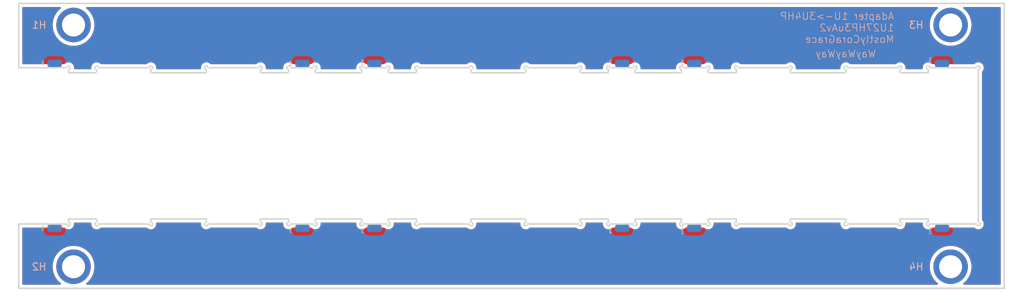
<source format=kicad_pcb>
(kicad_pcb (version 20241229) (generator "pcbnew") (generator_version "9.0")
  (layers (0 "F.Cu" signal) (2 "B.Cu" signal) (13 "F.Paste" user) (15 "B.Paste" user) (5 "F.SilkS" user "F.Silkscreen") (7 "B.SilkS" user "B.Silkscreen") (1 "F.Mask" user) (3 "B.Mask" user) (25 "Edge.Cuts" user))
  (net 0 "")
  (footprint "EXC:MountingHole_3.2mm_M3" (layer "F.Cu") (at 129.54 39.025)
    (property "Reference" "H4" (at -3.683 0 0) (layer "B.SilkS") (effects (justify left mirror)))
    (property "Value" "Eurorack_M3_MountingHole")
    (pad "" thru_hole circle (at 0 0) (size 4.8 4.8) (drill 3.2) (layers "*.Cu" "*.Mask"))
  )
  (footprint "EXC:MountingHole_3.2mm_M3" (layer "F.Cu") (at 129.54 5.425)
    (property "Reference" "H3" (at -3.683 0 0) (layer "B.SilkS") (effects (justify left mirror)))
    (property "Value" "Eurorack_M3_MountingHole")
    (pad "" thru_hole circle (at 0 0) (size 4.8 4.8) (drill 3.2) (layers "*.Cu" "*.Mask"))
  )
  (footprint "EXC:MountingHole_3.2mm_M3" (layer "F.Cu") (at 7.62 5.425)
    (property "Reference" "H1" (at -3.683 0 0) (layer "B.SilkS") (effects (justify left mirror)))
    (property "Value" "Eurorack_M3_MountingHole")
    (pad "" thru_hole circle (at 0 0) (size 4.8 4.8) (drill 3.2) (layers "*.Cu" "*.Mask"))
  )
  (footprint "EXC:MountingHole_3.2mm_M3" (layer "F.Cu") (at 7.62 39.025)
    (property "Reference" "H2" (at -3.683 0 0) (layer "B.SilkS") (effects (justify left mirror)))
    (property "Value" "Eurorack_M3_MountingHole")
    (pad "" thru_hole circle (at 0 0) (size 4.8 4.8) (drill 3.2) (layers "*.Cu" "*.Mask"))
  )
  (footprint "EXC:SolderWirePad_1x01_SMD_1x2mm" (layer "B.Cu") (at 93.9 10.765 90)
    (property "Reference" "MP9" (at 0.165 -1.6256 90) (layer "B.SilkS") (effects (font (size 0.25 0.25) (thickness 0.05) (bold yes)) (justify mirror)))
    (property "Value" "Mechanical_Pad_Solder_Linkage")
    (pad "1" smd roundrect (at 0 0 90) (size 1 2) (layers "B.Cu" "B.Mask" "B.Paste"))
  )
  (footprint "EXC:SolderWirePad_1x01_SMD_1x2mm" (layer "B.Cu") (at 49.45 33.685 90)
    (property "Reference" "MP6" (at -0.315 -1.65 90) (layer "B.SilkS") (effects (font (size 0.25 0.25) (thickness 0.05) (bold yes)) (justify mirror)))
    (property "Value" "Mechanical_Pad_Solder_Linkage")
    (pad "1" smd roundrect (at 0 0 90) (size 1 2) (layers "B.Cu" "B.Mask" "B.Paste"))
  )
  (footprint "EXC:SolderWirePad_1x01_SMD_1x2mm" (layer "B.Cu") (at 49.45 10.765 90)
    (property "Reference" "MP5" (at 0.165 -1.65 90) (layer "B.SilkS") (effects (font (size 0.25 0.25) (thickness 0.05) (bold yes)) (justify mirror)))
    (property "Value" "Mechanical_Pad_Solder_Linkage")
    (pad "1" smd roundrect (at 0 0 90) (size 1 2) (layers "B.Cu" "B.Mask" "B.Paste"))
  )
  (footprint "EXC:SolderWirePad_1x01_SMD_1x2mm" (layer "B.Cu") (at 93.9 33.685 90)
    (property "Reference" "MP10" (at -0.315 -1.6256 90) (layer "B.SilkS") (effects (font (size 0.25 0.25) (thickness 0.05) (bold yes)) (justify mirror)))
    (property "Value" "Mechanical_Pad_Solder_Linkage")
    (pad "1" smd roundrect (at 0 0 90) (size 1 2) (layers "B.Cu" "B.Mask" "B.Paste"))
  )
  (footprint "EXC:SolderWirePad_1x01_SMD_1x2mm" (layer "B.Cu") (at 128.35 33.685 90)
    (property "Reference" "MP12" (at -0.315 -1.6256 90) (layer "B.SilkS") (effects (font (size 0.25 0.25) (thickness 0.05) (bold yes)) (justify mirror)))
    (property "Value" "Mechanical_Pad_Solder_Linkage")
    (pad "1" smd roundrect (at 0 0 90) (size 1 2) (layers "B.Cu" "B.Mask" "B.Paste"))
  )
  (footprint "EXC:SolderWirePad_1x01_SMD_1x2mm" (layer "B.Cu") (at 39.45 10.765 90)
    (property "Reference" "MP3" (at 0 -1.6256 90) (layer "B.SilkS") (effects (font (size 0.25 0.25) (thickness 0.05) (bold yes)) (justify mirror)))
    (property "Value" "Mechanical_Pad_Solder_Linkage")
    (pad "1" smd roundrect (at 0 0 90) (size 1 2) (layers "B.Cu" "B.Mask" "B.Paste"))
  )
  (footprint "EXC:SolderWirePad_1x01_SMD_1x2mm" (layer "B.Cu") (at 83.9 10.765 90)
    (property "Reference" "MP7" (at 0.165 -1.6256 90) (layer "B.SilkS") (effects (font (size 0.25 0.25) (thickness 0.05) (bold yes)) (justify mirror)))
    (property "Value" "Mechanical_Pad_Solder_Linkage")
    (pad "1" smd roundrect (at 0 0 90) (size 1 2) (layers "B.Cu" "B.Mask" "B.Paste"))
  )
  (footprint "EXC:SolderWirePad_1x01_SMD_1x2mm" (layer "B.Cu") (at 83.9 33.685 90)
    (property "Reference" "MP8" (at -0.315 -1.6256 90) (layer "B.SilkS") (effects (font (size 0.25 0.25) (thickness 0.05) (bold yes)) (justify mirror)))
    (property "Value" "Mechanical_Pad_Solder_Linkage")
    (pad "1" smd roundrect (at 0 0 90) (size 1 2) (layers "B.Cu" "B.Mask" "B.Paste"))
  )
  (footprint "EXC:SolderWirePad_1x01_SMD_1x2mm" (layer "B.Cu") (at 128.35 10.765 90)
    (property "Reference" "MP11" (at 0.365 -1.6256 90) (layer "B.SilkS") (effects (font (size 0.25 0.25) (thickness 0.05) (bold yes)) (justify mirror)))
    (property "Value" "Mechanical_Pad_Solder_Linkage")
    (pad "1" smd roundrect (at 0 0 90) (size 1 2) (layers "B.Cu" "B.Mask" "B.Paste"))
  )
  (footprint "EXC:SolderWirePad_1x01_SMD_1x2mm" (layer "B.Cu") (at 39.45 33.685 90)
    (property "Reference" "MP4" (at -0.315 -1.65 90) (layer "B.SilkS") (effects (font (size 0.25 0.25) (thickness 0.05) (bold yes)) (justify mirror)))
    (property "Value" "Mechanical_Pad_Solder_Linkage")
    (pad "1" smd roundrect (at 0 0 90) (size 1 2) (layers "B.Cu" "B.Mask" "B.Paste"))
  )
  (footprint "EXC:SolderWirePad_1x01_SMD_1x2mm" (layer "B.Cu") (at 5 33.685 90)
    (property "Reference" "MP2" (at 0 -1.6256 90) (layer "B.SilkS") (effects (font (size 0.25 0.25) (thickness 0.05) (bold yes)) (justify mirror)))
    (property "Value" "Mechanical_Pad_Solder_Linkage")
    (pad "1" smd roundrect (at 0 0 90) (size 1 2) (layers "B.Cu" "B.Mask" "B.Paste"))
  )
  (footprint "EXC:SolderWirePad_1x01_SMD_1x2mm" (layer "B.Cu") (at 5 10.765 90)
    (property "Reference" "MP1" (at 0 -1.6256 90) (layer "B.SilkS") (effects (font (size 0.25 0.25) (thickness 0.05) (bold yes)) (justify mirror)))
    (property "Value" "Mechanical_Pad_Solder_Linkage")
    (pad "1" smd roundrect (at 0 0 90) (size 1 2) (layers "B.Cu" "B.Mask" "B.Paste"))
  )
  (gr_line (start 82.215 33.085) (end 85.425 33.085) (stroke (width 0.2)) (layer "Edge.Cuts"))
  (gr_arc (start 70.7349 33.085) (mid 70.308123 33.261777) (end 70.4849 32.835) (stroke (width 0.2)) (layer "Edge.Cuts"))
  (gr_line (start 6.935 12.065) (end 10.845 12.065) (stroke (width 0.2)) (layer "Edge.Cuts"))
  (gr_line (start 99.745 32.385) (end 99.745 32.835) (stroke (width 0.2)) (layer "Edge.Cuts"))
  (gr_line (start 92.375 33.085) (end 95.585 33.085) (stroke (width 0.2)) (layer "Edge.Cuts"))
  (gr_arc (start 122.255 11.365) (mid 122.681777 11.188223) (end 122.505 11.615) (stroke (width 0.2)) (layer "Edge.Cuts"))
  (gr_line (start 18.365 32.385) (end 26.085 32.385) (stroke (width 0.2)) (layer "Edge.Cuts"))
  (gr_line (start 70.7349 11.365) (end 77.805 11.365) (stroke (width 0.2)) (layer "Edge.Cuts"))
  (gr_line (start 107.265 11.615) (end 107.265 12.065) (stroke (width 0.2)) (layer "Edge.Cuts"))
  (gr_line (start 99.745 11.615) (end 99.745 12.065) (stroke (width 0.2)) (layer "Edge.Cuts"))
  (gr_line (start 26.085 12.065) (end 26.085 11.615) (stroke (width 0.2)) (layer "Edge.Cuts"))
  (gr_line (start 47.925 11.365) (end 51.135 11.365) (stroke (width 0.2)) (layer "Edge.Cuts"))
  (gr_line (start 126.415 11.615) (end 126.415 12.065) (stroke (width 0.2)) (layer "Edge.Cuts"))
  (gr_arc (start 70.4849 11.615) (mid 70.308123 11.188223) (end 70.7349 11.365) (stroke (width 0.2)) (layer "Edge.Cuts"))
  (gr_line (start 78.055 32.385) (end 81.965 32.385) (stroke (width 0.2)) (layer "Edge.Cuts"))
  (gr_line (start 33.605 12.065) (end 37.515 12.065) (stroke (width 0.2)) (layer "Edge.Cuts"))
  (gr_line (start 81.965 11.615) (end 81.965 12.065) (stroke (width 0.2)) (layer "Edge.Cuts"))
  (gr_arc (start 81.965 11.615) (mid 81.788223 11.188223) (end 82.215 11.365) (stroke (width 0.2)) (layer "Edge.Cuts"))
  (gr_arc (start 33.355 11.365) (mid 33.781777 11.188223) (end 33.605 11.615) (stroke (width 0.2)) (layer "Edge.Cuts"))
  (gr_arc (start 115.235 33.085) (mid 114.808223 33.261777) (end 114.985 32.835) (stroke (width 0.2)) (layer "Edge.Cuts"))
  (gr_line (start 92.375 11.365) (end 95.585 11.365) (stroke (width 0.2)) (layer "Edge.Cuts"))
  (gr_line (start 78.055 11.615) (end 78.055 12.065) (stroke (width 0.2)) (layer "Edge.Cuts"))
  (gr_line (start 95.835 32.385) (end 99.745 32.385) (stroke (width 0.2)) (layer "Edge.Cuts"))
  (gr_line (start 37.765 33.085) (end 40.975 33.085) (stroke (width 0.2)) (layer "Edge.Cuts"))
  (gr_line (start 114.985 11.615) (end 114.985 12.065) (stroke (width 0.2)) (layer "Edge.Cuts"))
  (gr_arc (start 51.385 32.835) (mid 51.561777 33.261777) (end 51.135 33.085) (stroke (width 0.2)) (layer "Edge.Cuts"))
  (gr_line (start 18.365 12.065) (end 26.085 12.065) (stroke (width 0.2)) (layer "Edge.Cuts"))
  (gr_arc (start 99.745 11.615) (mid 99.568223 11.188223) (end 99.995 11.365) (stroke (width 0.2)) (layer "Edge.Cuts"))
  (gr_line (start 114.985 32.385) (end 114.985 32.835) (stroke (width 0.2)) (layer "Edge.Cuts"))
  (gr_line (start 51.385 12.065) (end 55.295 12.065) (stroke (width 0.2)) (layer "Edge.Cuts"))
  (gr_line (start 55.545 33.085) (end 62.615 33.085) (stroke (width 0.2)) (layer "Edge.Cuts"))
  (gr_line (start 55.295 11.615) (end 55.295 12.065) (stroke (width 0.2)) (layer "Edge.Cuts"))
  (gr_line (start 62.865 11.615) (end 62.865 12.065) (stroke (width 0.2)) (layer "Edge.Cuts"))
  (gr_line (start 126.415 32.385) (end 126.415 32.835) (stroke (width 0.2)) (layer "Edge.Cuts"))
  (gr_line (start 126.665 11.365) (end 133.15 11.365) (stroke (width 0.2)) (layer "Edge.Cuts"))
  (gr_arc (start 62.865 32.835) (mid 63.041777 33.261777) (end 62.615 33.085) (stroke (width 0.2)) (layer "Edge.Cuts"))
  (gr_arc (start 133.15 11.365) (mid 133.576777 11.188223) (end 133.4 11.615) (stroke (width 0.2)) (layer "Edge.Cuts"))
  (gr_arc (start 133.4 32.835) (mid 133.576777 33.261777) (end 133.15 33.085) (stroke (width 0.2)) (layer "Edge.Cuts"))
  (gr_line (start 0 42.025) (end 137 42.025) (stroke (width 0.2)) (layer "Edge.Cuts"))
  (gr_arc (start 107.265 32.835) (mid 107.441777 33.261777) (end 107.015 33.085) (stroke (width 0.2)) (layer "Edge.Cuts"))
  (gr_arc (start 26.085 11.615) (mid 25.908223 11.188223) (end 26.335 11.365) (stroke (width 0.2)) (layer "Edge.Cuts"))
  (gr_line (start 11.095 33.085) (end 18.115 33.085) (stroke (width 0.2)) (layer "Edge.Cuts"))
  (gr_arc (start 18.115 11.365) (mid 18.541777 11.188223) (end 18.365 11.615) (stroke (width 0.2)) (layer "Edge.Cuts"))
  (gr_line (start 37.515 32.835) (end 37.515 32.385) (stroke (width 0.2)) (layer "Edge.Cuts"))
  (gr_line (start 133.4 11.615) (end 133.4 32.835) (stroke (width 0.2)) (layer "Edge.Cuts"))
  (gr_arc (start 99.995 33.085) (mid 99.568223 33.261777) (end 99.745 32.835) (stroke (width 0.2)) (layer "Edge.Cuts"))
  (gr_line (start 107.265 12.065) (end 114.985 12.065) (stroke (width 0.2)) (layer "Edge.Cuts"))
  (gr_line (start 37.765 11.365) (end 40.975 11.365) (stroke (width 0.2)) (layer "Edge.Cuts"))
  (gr_line (start 33.605 11.615) (end 33.605 12.065) (stroke (width 0.2)) (layer "Edge.Cuts"))
  (gr_line (start 0 11.365) (end 6.685 11.365) (stroke (width 0.2)) (layer "Edge.Cuts"))
  (gr_line (start 51.385 32.385) (end 51.385 32.835) (stroke (width 0.2)) (layer "Edge.Cuts"))
  (gr_arc (start 26.335 33.085) (mid 25.908223 33.261777) (end 26.085 32.835) (stroke (width 0.2)) (layer "Edge.Cuts"))
  (gr_line (start 47.675 32.835) (end 47.675 32.385) (stroke (width 0.2)) (layer "Edge.Cuts"))
  (gr_line (start 26.085 32.835) (end 26.085 32.385) (stroke (width 0.2)) (layer "Edge.Cuts"))
  (gr_line (start 0 33.085) (end 0 42.025) (stroke (width 0.2)) (layer "Edge.Cuts"))
  (gr_line (start 55.295 32.385) (end 55.295 32.835) (stroke (width 0.2)) (layer "Edge.Cuts"))
  (gr_line (start 107.265 32.385) (end 114.985 32.385) (stroke (width 0.2)) (layer "Edge.Cuts"))
  (gr_line (start 122.505 32.385) (end 126.415 32.385) (stroke (width 0.2)) (layer "Edge.Cuts"))
  (gr_line (start 11.095 11.365) (end 18.115 11.365) (stroke (width 0.2)) (layer "Edge.Cuts"))
  (gr_arc (start 85.675 32.835) (mid 85.851777 33.261777) (end 85.425 33.085) (stroke (width 0.2)) (layer "Edge.Cuts"))
  (gr_line (start 51.385 32.385) (end 55.295 32.385) (stroke (width 0.2)) (layer "Edge.Cuts"))
  (gr_arc (start 6.685 11.365) (mid 7.111777 11.188223) (end 6.935 11.615) (stroke (width 0.2)) (layer "Edge.Cuts"))
  (gr_arc (start 47.675 11.615) (mid 47.498223 11.188223) (end 47.925 11.365) (stroke (width 0.2)) (layer "Edge.Cuts"))
  (gr_arc (start 51.135 11.365) (mid 51.561777 11.188223) (end 51.385 11.615) (stroke (width 0.2)) (layer "Edge.Cuts"))
  (gr_line (start 122.505 32.385) (end 122.505 32.835) (stroke (width 0.2)) (layer "Edge.Cuts"))
  (gr_line (start 41.225 32.385) (end 47.675 32.385) (stroke (width 0.2)) (layer "Edge.Cuts"))
  (gr_line (start 10.845 32.835) (end 10.845 32.385) (stroke (width 0.2)) (layer "Edge.Cuts"))
  (gr_arc (start 114.985 11.615) (mid 114.808223 11.188223) (end 115.235 11.365) (stroke (width 0.2)) (layer "Edge.Cuts"))
  (gr_line (start 0 11.365) (end 0 2.425) (stroke (width 0.2)) (layer "Edge.Cuts"))
  (gr_arc (start 78.055 32.835) (mid 78.231777 33.261777) (end 77.805 33.085) (stroke (width 0.2)) (layer "Edge.Cuts"))
  (gr_line (start 70.4849 32.385) (end 70.4849 32.835) (stroke (width 0.2)) (layer "Edge.Cuts"))
  (gr_line (start 33.605 32.385) (end 37.515 32.385) (stroke (width 0.2)) (layer "Edge.Cuts"))
  (gr_arc (start 95.585 11.365) (mid 96.011777 11.188223) (end 95.835 11.615) (stroke (width 0.2)) (layer "Edge.Cuts"))
  (gr_arc (start 55.295 11.615) (mid 55.118223 11.188223) (end 55.545 11.365) (stroke (width 0.2)) (layer "Edge.Cuts"))
  (gr_arc (start 107.015 11.365) (mid 107.441777 11.188223) (end 107.265 11.615) (stroke (width 0.2)) (layer "Edge.Cuts"))
  (gr_line (start 33.605 32.385) (end 33.605 32.835) (stroke (width 0.2)) (layer "Edge.Cuts"))
  (gr_line (start 26.335 33.085) (end 33.355 33.085) (stroke (width 0.2)) (layer "Edge.Cuts"))
  (gr_line (start 95.835 11.615) (end 95.835 12.065) (stroke (width 0.2)) (layer "Edge.Cuts"))
  (gr_line (start 37.515 12.065) (end 37.515 11.615) (stroke (width 0.2)) (layer "Edge.Cuts"))
  (gr_line (start 55.545 11.365) (end 62.615 11.365) (stroke (width 0.2)) (layer "Edge.Cuts"))
  (gr_line (start 126.665 33.085) (end 133.15 33.085) (stroke (width 0.2)) (layer "Edge.Cuts"))
  (gr_line (start 47.675 12.065) (end 47.675 11.615) (stroke (width 0.2)) (layer "Edge.Cuts"))
  (gr_line (start 85.675 32.385) (end 85.675 32.835) (stroke (width 0.2)) (layer "Edge.Cuts"))
  (gr_arc (start 126.415 11.615) (mid 126.238223 11.188223) (end 126.665 11.365) (stroke (width 0.2)) (layer "Edge.Cuts"))
  (gr_line (start 41.225 12.065) (end 47.675 12.065) (stroke (width 0.2)) (layer "Edge.Cuts"))
  (gr_arc (start 10.845 11.615) (mid 10.668223 11.188223) (end 11.095 11.365) (stroke (width 0.2)) (layer "Edge.Cuts"))
  (gr_arc (start 62.615 11.365) (mid 63.041777 11.188223) (end 62.865 11.615) (stroke (width 0.2)) (layer "Edge.Cuts"))
  (gr_arc (start 95.835 32.835) (mid 96.011777 33.261777) (end 95.585 33.085) (stroke (width 0.2)) (layer "Edge.Cuts"))
  (gr_line (start 26.335 11.365) (end 33.355 11.365) (stroke (width 0.2)) (layer "Edge.Cuts"))
  (gr_line (start 95.835 12.065) (end 99.745 12.065) (stroke (width 0.2)) (layer "Edge.Cuts"))
  (gr_arc (start 11.095 33.085) (mid 10.668223 33.261777) (end 10.845 32.835) (stroke (width 0.2)) (layer "Edge.Cuts"))
  (gr_arc (start 33.605 32.835) (mid 33.781777 33.261777) (end 33.355 33.085) (stroke (width 0.2)) (layer "Edge.Cuts"))
  (gr_line (start 115.235 11.365) (end 122.255 11.365) (stroke (width 0.2)) (layer "Edge.Cuts"))
  (gr_line (start 6.935 32.385) (end 10.845 32.385) (stroke (width 0.2)) (layer "Edge.Cuts"))
  (gr_arc (start 37.515 11.615) (mid 37.338223 11.188223) (end 37.765 11.365) (stroke (width 0.2)) (layer "Edge.Cuts"))
  (gr_line (start 70.7349 33.085) (end 77.805 33.085) (stroke (width 0.2)) (layer "Edge.Cuts"))
  (gr_line (start 122.505 11.615) (end 122.505 12.065) (stroke (width 0.2)) (layer "Edge.Cuts"))
  (gr_arc (start 126.665 33.085) (mid 126.238223 33.261777) (end 126.415 32.835) (stroke (width 0.2)) (layer "Edge.Cuts"))
  (gr_arc (start 82.215 33.085) (mid 81.788223 33.261777) (end 81.965 32.835) (stroke (width 0.2)) (layer "Edge.Cuts"))
  (gr_arc (start 18.365 32.835) (mid 18.541777 33.261777) (end 18.115 33.085) (stroke (width 0.2)) (layer "Edge.Cuts"))
  (gr_line (start 122.505 12.065) (end 126.415 12.065) (stroke (width 0.2)) (layer "Edge.Cuts"))
  (gr_arc (start 122.505 32.835) (mid 122.681777 33.261777) (end 122.255 33.085) (stroke (width 0.2)) (layer "Edge.Cuts"))
  (gr_line (start 85.675 11.615) (end 85.675 12.065) (stroke (width 0.2)) (layer "Edge.Cuts"))
  (gr_line (start 78.055 32.385) (end 78.055 32.835) (stroke (width 0.2)) (layer "Edge.Cuts"))
  (gr_line (start 6.935 11.615) (end 6.935 12.065) (stroke (width 0.2)) (layer "Edge.Cuts"))
  (gr_line (start 115.235 33.085) (end 122.255 33.085) (stroke (width 0.2)) (layer "Edge.Cuts"))
  (gr_line (start 62.865 32.385) (end 62.865 32.835) (stroke (width 0.2)) (layer "Edge.Cuts"))
  (gr_line (start 41.225 32.385) (end 41.225 32.835) (stroke (width 0.2)) (layer "Edge.Cuts"))
  (gr_line (start 62.865 12.065) (end 70.4849 12.065) (stroke (width 0.2)) (layer "Edge.Cuts"))
  (gr_line (start 0 33.085) (end 6.685 33.085) (stroke (width 0.2)) (layer "Edge.Cuts"))
  (gr_arc (start 47.925 33.085) (mid 47.498223 33.261777) (end 47.675 32.835) (stroke (width 0.2)) (layer "Edge.Cuts"))
  (gr_line (start 18.365 11.615) (end 18.365 12.065) (stroke (width 0.2)) (layer "Edge.Cuts"))
  (gr_arc (start 92.375 33.085) (mid 91.948223 33.261777) (end 92.125 32.835) (stroke (width 0.2)) (layer "Edge.Cuts"))
  (gr_line (start 99.995 33.085) (end 107.015 33.085) (stroke (width 0.2)) (layer "Edge.Cuts"))
  (gr_line (start 137 2.425) (end 137 42.025) (stroke (width 0.2)) (layer "Edge.Cuts"))
  (gr_line (start 6.935 32.385) (end 6.935 32.835) (stroke (width 0.2)) (layer "Edge.Cuts"))
  (gr_line (start 85.675 12.065) (end 92.125 12.065) (stroke (width 0.2)) (layer "Edge.Cuts"))
  (gr_line (start 92.125 11.615) (end 92.125 12.065) (stroke (width 0.2)) (layer "Edge.Cuts"))
  (gr_line (start 81.965 32.385) (end 81.965 32.835) (stroke (width 0.2)) (layer "Edge.Cuts"))
  (gr_line (start 51.385 11.615) (end 51.385 12.065) (stroke (width 0.2)) (layer "Edge.Cuts"))
  (gr_line (start 82.215 11.365) (end 85.425 11.365) (stroke (width 0.2)) (layer "Edge.Cuts"))
  (gr_arc (start 37.765 33.085) (mid 37.338223 33.261777) (end 37.515 32.835) (stroke (width 0.2)) (layer "Edge.Cuts"))
  (gr_line (start 107.265 32.385) (end 107.265 32.835) (stroke (width 0.2)) (layer "Edge.Cuts"))
  (gr_arc (start 92.125 11.615) (mid 91.948223 11.188223) (end 92.375 11.365) (stroke (width 0.2)) (layer "Edge.Cuts"))
  (gr_arc (start 6.935 32.835) (mid 7.111777 33.261777) (end 6.685 33.085) (stroke (width 0.2)) (layer "Edge.Cuts"))
  (gr_line (start 18.365 32.385) (end 18.365 32.835) (stroke (width 0.2)) (layer "Edge.Cuts"))
  (gr_line (start 85.675 32.385) (end 92.125 32.385) (stroke (width 0.2)) (layer "Edge.Cuts"))
  (gr_line (start 99.995 11.365) (end 107.015 11.365) (stroke (width 0.2)) (layer "Edge.Cuts"))
  (gr_line (start 0 2.425) (end 137 2.425) (stroke (width 0.2)) (layer "Edge.Cuts"))
  (gr_arc (start 55.545 33.085) (mid 55.118223 33.261777) (end 55.295 32.835) (stroke (width 0.2)) (layer "Edge.Cuts"))
  (gr_line (start 70.4849 11.615) (end 70.4849 12.065) (stroke (width 0.2)) (layer "Edge.Cuts"))
  (gr_arc (start 85.425 11.365) (mid 85.851777 11.188223) (end 85.675 11.615) (stroke (width 0.2)) (layer "Edge.Cuts"))
  (gr_line (start 62.865 32.385) (end 70.4849 32.385) (stroke (width 0.2)) (layer "Edge.Cuts"))
  (gr_arc (start 77.805 11.365) (mid 78.231777 11.188223) (end 78.055 11.615) (stroke (width 0.2)) (layer "Edge.Cuts"))
  (gr_line (start 41.225 11.615) (end 41.225 12.065) (stroke (width 0.2)) (layer "Edge.Cuts"))
  (gr_arc (start 41.225 32.835) (mid 41.401777 33.261777) (end 40.975 33.085) (stroke (width 0.2)) (layer "Edge.Cuts"))
  (gr_line (start 47.925 33.085) (end 51.135 33.085) (stroke (width 0.2)) (layer "Edge.Cuts"))
  (gr_line (start 78.055 12.065) (end 81.965 12.065) (stroke (width 0.2)) (layer "Edge.Cuts"))
  (gr_line (start 95.835 32.385) (end 95.835 32.835) (stroke (width 0.2)) (layer "Edge.Cuts"))
  (gr_line (start 92.125 32.385) (end 92.125 32.835) (stroke (width 0.2)) (layer "Edge.Cuts"))
  (gr_line (start 10.845 12.065) (end 10.845 11.615) (stroke (width 0.2)) (layer "Edge.Cuts"))
  (gr_arc (start 40.975 11.365) (mid 41.401777 11.188223) (end 41.225 11.615) (stroke (width 0.2)) (layer "Edge.Cuts"))
  (gr_text "Adapter 1U->3U4HP\n1U27HP3uAv2\nMostlyCoraGrace" (at 121.75 8 0) (layer "B.SilkS") (effects (font (size 1 1) (thickness 0.1)) (justify left bottom mirror)))
  (gr_text "WayWayWay" (at 119.25 10 0) (layer "B.SilkS") (effects (font (size 1 1) (thickness 0.1)) (justify left bottom mirror)))
  (zone (net 0) (net_name "") (layers "F.Cu" "B.Cu") (connect_pads (clearance 0.5)) (min_thickness 0.25) (fill yes (thermal_gap 0.5) (thermal_bridge_width 0.5) (island_removal_mode 1) (island_area_min 10))
    (polygon (pts (xy 0 2.425) (xy 137 2.425) (xy 137 42.025) (xy 0 42.025) (xy 0 33.085) (xy 6.935 33.085) (xy 6.935 32.385) (xy 10.845 32.385) (xy 10.845 33.085) (xy 18.365 33.085) (xy 18.365 32.385) (xy 26.085 32.385) (xy 26.085 33.085) (xy 33.605 33.085) (xy 33.605 32.385) (xy 37.515 32.385) (xy 37.515 33.085) (xy 41.225 33.085) (xy 41.225 32.385) (xy 47.675 32.385) (xy 47.675 33.085) (xy 51.385 33.085) (xy 51.385 32.385) (xy 55.295 32.385) (xy 55.295 33.085) (xy 62.865 33.085) (xy 62.865 32.385) (xy 70.4849 32.385) (xy 70.4849 33.085) (xy 78.055 33.085) (xy 78.055 32.385) (xy 81.965 32.385) (xy 81.965 33.085) (xy 85.675 33.085) (xy 85.675 32.385) (xy 92.125 32.385) (xy 92.125 33.085) (xy 95.835 33.085) (xy 95.835 32.385) (xy 99.745 32.385) (xy 99.745 33.085) (xy 107.265 33.085) (xy 107.265 32.385) (xy 114.985 32.385) (xy 114.985 33.085) (xy 122.505 33.085) (xy 122.505 32.385) (xy 126.415 32.385) (xy 126.415 33.085) (xy 133.4 33.085) (xy 133.4 11.365) (xy 126.415 11.365) (xy 126.415 12.065) (xy 122.505 12.065) (xy 122.505 11.365) (xy 114.985 11.365) (xy 114.985 12.065) (xy 107.265 12.065) (xy 107.265 11.365) (xy 99.745 11.365) (xy 99.745 12.065) (xy 95.835 12.065) (xy 95.835 11.365) (xy 92.125 11.365) (xy 92.125 12.065) (xy 85.675 12.065) (xy 85.675 11.365) (xy 81.965 11.365) (xy 81.965 12.065) (xy 78.055 12.065) (xy 78.055 11.365) (xy 70.4849 11.365) (xy 70.4849 12.065) (xy 62.865 12.065) (xy 62.865 11.365) (xy 55.295 11.365) (xy 55.295 12.065) (xy 51.385 12.065) (xy 51.385 11.365) (xy 47.675 11.365) (xy 47.675 12.065) (xy 41.225 12.065) (xy 41.225 11.365) (xy 37.515 11.365) (xy 37.515 12.065) (xy 33.605 12.065) (xy 33.605 11.365) (xy 26.085 11.365) (xy 26.085 12.065) (xy 18.365 12.065) (xy 18.365 11.365) (xy 10.845 11.365) (xy 10.845 12.065) (xy 6.935 12.065) (xy 6.935 11.365) (xy 0 11.365)))
  )
)
</source>
